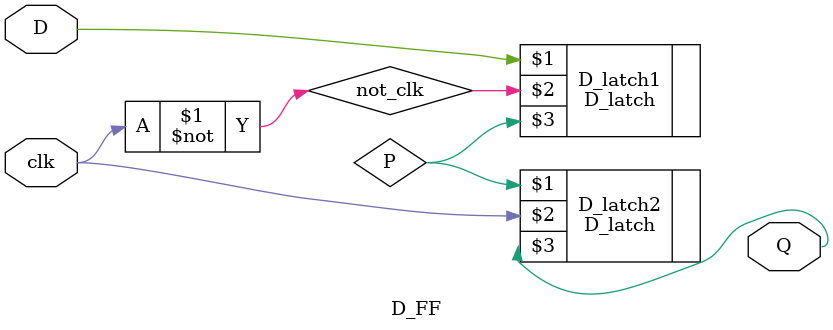
<source format=v>
`include "D_latch.v"

module D_FF(D, clk, Q);
input D, clk;
output Q;
wire not_clk, P;

not (not_clk, clk);

D_latch D_latch1(D, not_clk, P);
D_latch D_latch2(P, clk, Q);

endmodule
</source>
